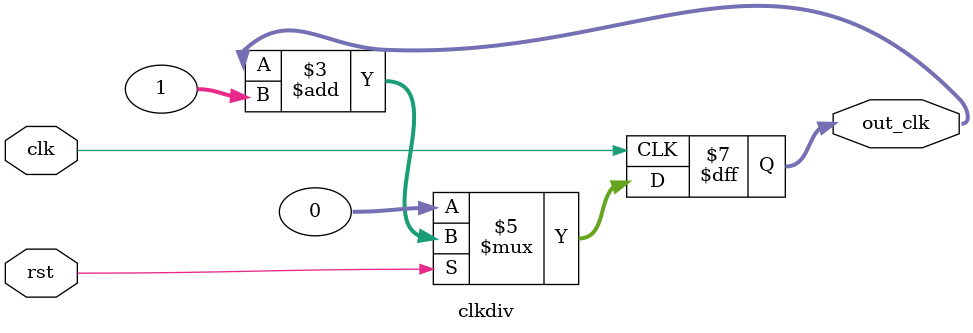
<source format=v>
`timescale 1ns / 1ps
module clkdiv ( clk ,rst,out_clk );
output reg [31:0]out_clk;
input clk ;
input rst;
always @(posedge clk)
begin
if (~rst)
     out_clk <= 32'b0;
else
     out_clk <= out_clk+1;     
end

endmodule


</source>
